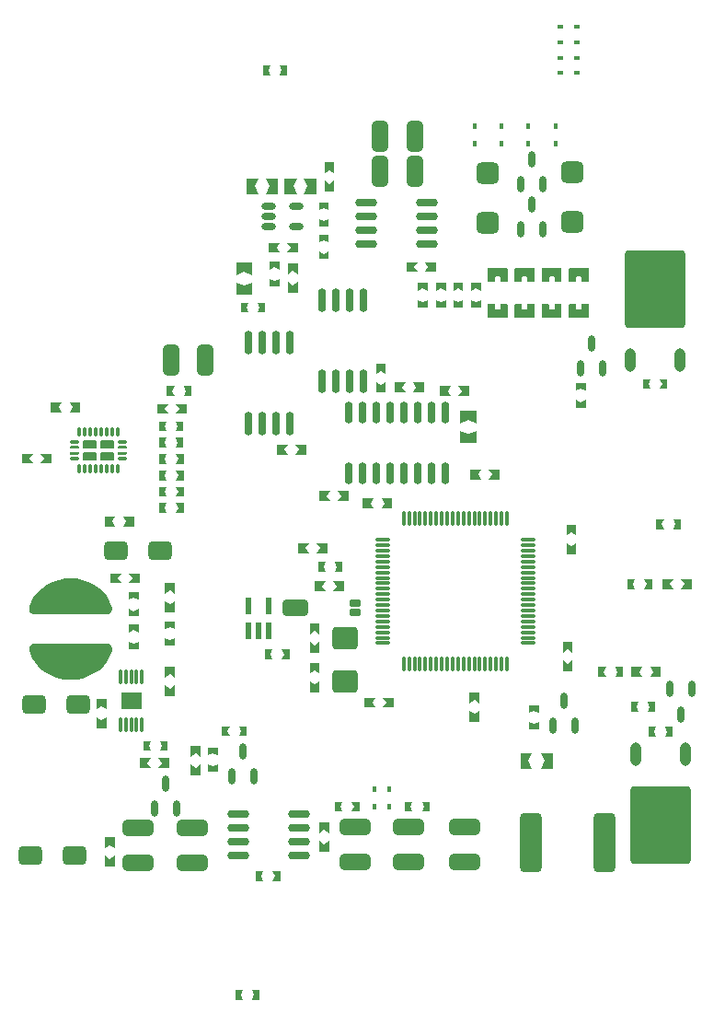
<source format=gtp>
G04 Layer_Color=8421504*
%FSLAX24Y24*%
%MOIN*%
G70*
G01*
G75*
%ADD12R,0.0236X0.0591*%
G04:AMPARAMS|DCode=15|XSize=279.5mil|YSize=218.5mil|CornerRadius=10.9mil|HoleSize=0mil|Usage=FLASHONLY|Rotation=270.000|XOffset=0mil|YOffset=0mil|HoleType=Round|Shape=RoundedRectangle|*
%AMROUNDEDRECTD15*
21,1,0.2795,0.1967,0,0,270.0*
21,1,0.2577,0.2185,0,0,270.0*
1,1,0.0219,-0.0983,-0.1288*
1,1,0.0219,-0.0983,0.1288*
1,1,0.0219,0.0983,0.1288*
1,1,0.0219,0.0983,-0.1288*
%
%ADD15ROUNDEDRECTD15*%
%ADD16O,0.0394X0.0846*%
G04:AMPARAMS|DCode=18|XSize=110.2mil|YSize=59.1mil|CornerRadius=14.8mil|HoleSize=0mil|Usage=FLASHONLY|Rotation=270.000|XOffset=0mil|YOffset=0mil|HoleType=Round|Shape=RoundedRectangle|*
%AMROUNDEDRECTD18*
21,1,0.1102,0.0295,0,0,270.0*
21,1,0.0807,0.0591,0,0,270.0*
1,1,0.0295,-0.0148,-0.0404*
1,1,0.0295,-0.0148,0.0404*
1,1,0.0295,0.0148,0.0404*
1,1,0.0295,0.0148,-0.0404*
%
%ADD18ROUNDEDRECTD18*%
%ADD19O,0.0800X0.0295*%
%ADD20O,0.0281X0.0591*%
G04:AMPARAMS|DCode=21|XSize=82.7mil|YSize=78.7mil|CornerRadius=19.7mil|HoleSize=0mil|Usage=FLASHONLY|Rotation=180.000|XOffset=0mil|YOffset=0mil|HoleType=Round|Shape=RoundedRectangle|*
%AMROUNDEDRECTD21*
21,1,0.0827,0.0394,0,0,180.0*
21,1,0.0433,0.0787,0,0,180.0*
1,1,0.0394,-0.0217,0.0197*
1,1,0.0394,0.0217,0.0197*
1,1,0.0394,0.0217,-0.0197*
1,1,0.0394,-0.0217,-0.0197*
%
%ADD21ROUNDEDRECTD21*%
%ADD24R,0.0728X0.0610*%
%ADD25O,0.0118X0.0571*%
G04:AMPARAMS|DCode=26|XSize=86.6mil|YSize=68.9mil|CornerRadius=17.2mil|HoleSize=0mil|Usage=FLASHONLY|Rotation=0.000|XOffset=0mil|YOffset=0mil|HoleType=Round|Shape=RoundedRectangle|*
%AMROUNDEDRECTD26*
21,1,0.0866,0.0344,0,0,0.0*
21,1,0.0522,0.0689,0,0,0.0*
1,1,0.0344,0.0261,-0.0172*
1,1,0.0344,-0.0261,-0.0172*
1,1,0.0344,-0.0261,0.0172*
1,1,0.0344,0.0261,0.0172*
%
%ADD26ROUNDEDRECTD26*%
%ADD28O,0.0532X0.0236*%
%ADD30O,0.0591X0.0118*%
%ADD31O,0.0118X0.0591*%
G04:AMPARAMS|DCode=32|XSize=90.6mil|YSize=82.7mil|CornerRadius=12.4mil|HoleSize=0mil|Usage=FLASHONLY|Rotation=0.000|XOffset=0mil|YOffset=0mil|HoleType=Round|Shape=RoundedRectangle|*
%AMROUNDEDRECTD32*
21,1,0.0906,0.0579,0,0,0.0*
21,1,0.0657,0.0827,0,0,0.0*
1,1,0.0248,0.0329,-0.0289*
1,1,0.0248,-0.0329,-0.0289*
1,1,0.0248,-0.0329,0.0289*
1,1,0.0248,0.0329,0.0289*
%
%ADD32ROUNDEDRECTD32*%
G04:AMPARAMS|DCode=33|XSize=94.5mil|YSize=59.1mil|CornerRadius=14.8mil|HoleSize=0mil|Usage=FLASHONLY|Rotation=180.000|XOffset=0mil|YOffset=0mil|HoleType=Round|Shape=RoundedRectangle|*
%AMROUNDEDRECTD33*
21,1,0.0945,0.0295,0,0,180.0*
21,1,0.0650,0.0591,0,0,180.0*
1,1,0.0295,-0.0325,0.0148*
1,1,0.0295,0.0325,0.0148*
1,1,0.0295,0.0325,-0.0148*
1,1,0.0295,-0.0325,-0.0148*
%
%ADD33ROUNDEDRECTD33*%
G04:AMPARAMS|DCode=34|XSize=43.3mil|YSize=23.6mil|CornerRadius=5.9mil|HoleSize=0mil|Usage=FLASHONLY|Rotation=180.000|XOffset=0mil|YOffset=0mil|HoleType=Round|Shape=RoundedRectangle|*
%AMROUNDEDRECTD34*
21,1,0.0433,0.0118,0,0,180.0*
21,1,0.0315,0.0236,0,0,180.0*
1,1,0.0118,-0.0157,0.0059*
1,1,0.0118,0.0157,0.0059*
1,1,0.0118,0.0157,-0.0059*
1,1,0.0118,-0.0157,-0.0059*
%
%ADD34ROUNDEDRECTD34*%
%ADD35O,0.0295X0.0850*%
G04:AMPARAMS|DCode=37|XSize=21.7mil|YSize=16.5mil|CornerRadius=4.1mil|HoleSize=0mil|Usage=FLASHONLY|Rotation=180.000|XOffset=0mil|YOffset=0mil|HoleType=Round|Shape=RoundedRectangle|*
%AMROUNDEDRECTD37*
21,1,0.0217,0.0083,0,0,180.0*
21,1,0.0134,0.0165,0,0,180.0*
1,1,0.0083,-0.0067,0.0041*
1,1,0.0083,0.0067,0.0041*
1,1,0.0083,0.0067,-0.0041*
1,1,0.0083,-0.0067,-0.0041*
%
%ADD37ROUNDEDRECTD37*%
G04:AMPARAMS|DCode=38|XSize=21.7mil|YSize=16.5mil|CornerRadius=4.1mil|HoleSize=0mil|Usage=FLASHONLY|Rotation=90.000|XOffset=0mil|YOffset=0mil|HoleType=Round|Shape=RoundedRectangle|*
%AMROUNDEDRECTD38*
21,1,0.0217,0.0083,0,0,90.0*
21,1,0.0134,0.0165,0,0,90.0*
1,1,0.0083,0.0041,0.0067*
1,1,0.0083,0.0041,-0.0067*
1,1,0.0083,-0.0041,-0.0067*
1,1,0.0083,-0.0041,0.0067*
%
%ADD38ROUNDEDRECTD38*%
G04:AMPARAMS|DCode=39|XSize=110.2mil|YSize=59.1mil|CornerRadius=14.8mil|HoleSize=0mil|Usage=FLASHONLY|Rotation=180.000|XOffset=0mil|YOffset=0mil|HoleType=Round|Shape=RoundedRectangle|*
%AMROUNDEDRECTD39*
21,1,0.1102,0.0295,0,0,180.0*
21,1,0.0807,0.0591,0,0,180.0*
1,1,0.0295,-0.0404,0.0148*
1,1,0.0295,0.0404,0.0148*
1,1,0.0295,0.0404,-0.0148*
1,1,0.0295,-0.0404,-0.0148*
%
%ADD39ROUNDEDRECTD39*%
G04:AMPARAMS|DCode=40|XSize=216.5mil|YSize=82.7mil|CornerRadius=20.7mil|HoleSize=0mil|Usage=FLASHONLY|Rotation=90.000|XOffset=0mil|YOffset=0mil|HoleType=Round|Shape=RoundedRectangle|*
%AMROUNDEDRECTD40*
21,1,0.2165,0.0413,0,0,90.0*
21,1,0.1752,0.0827,0,0,90.0*
1,1,0.0413,0.0207,0.0876*
1,1,0.0413,0.0207,-0.0876*
1,1,0.0413,-0.0207,-0.0876*
1,1,0.0413,-0.0207,0.0876*
%
%ADD40ROUNDEDRECTD40*%
%ADD41O,0.0118X0.0335*%
%ADD42O,0.0335X0.0118*%
%ADD45O,0.0295X0.0800*%
G36*
X48563Y46978D02*
X48287D01*
X48366Y47156D01*
X48287Y47333D01*
X48563D01*
Y46978D01*
D02*
G37*
G36*
X47874Y47156D02*
X47953Y46978D01*
X47677D01*
Y47333D01*
X47953D01*
X47874Y47156D01*
D02*
G37*
G36*
X50266Y43425D02*
X50089Y43543D01*
X49911Y43425D01*
Y43819D01*
X50266D01*
Y43425D01*
D02*
G37*
G36*
Y42756D02*
X49911D01*
Y43150D01*
X50089Y43032D01*
X50266Y43150D01*
Y42756D01*
D02*
G37*
G36*
X49616Y42667D02*
X49163D01*
X49291Y42953D01*
X49163Y43238D01*
X49616D01*
Y42667D01*
D02*
G37*
G36*
X48780Y42953D02*
X48907Y42667D01*
X48455D01*
Y43238D01*
X48907D01*
X48780Y42953D01*
D02*
G37*
G36*
X48228Y42667D02*
X47776D01*
X47904Y42953D01*
X47776Y43238D01*
X48228D01*
Y42667D01*
D02*
G37*
G36*
X47392Y42953D02*
X47520Y42667D01*
X47067D01*
Y43238D01*
X47520D01*
X47392Y42953D01*
D02*
G37*
G36*
X50059Y42096D02*
X49882Y42175D01*
X49705Y42096D01*
Y42372D01*
X50059D01*
Y42096D01*
D02*
G37*
G36*
Y41486D02*
X49705D01*
Y41762D01*
X49882Y41683D01*
X50059Y41762D01*
Y41486D01*
D02*
G37*
G36*
Y40925D02*
X49882Y41004D01*
X49705Y40925D01*
Y41201D01*
X50059D01*
Y40925D01*
D02*
G37*
G36*
X48957Y40551D02*
X48563D01*
X48681Y40728D01*
X48563Y40906D01*
X48957D01*
Y40551D01*
D02*
G37*
G36*
X48169Y40728D02*
X48287Y40551D01*
X47894D01*
Y40906D01*
X48287D01*
X48169Y40728D01*
D02*
G37*
G36*
X50059Y40315D02*
X49705D01*
Y40591D01*
X49882Y40512D01*
X50059Y40591D01*
Y40315D01*
D02*
G37*
G36*
X48268Y39941D02*
X48091Y40019D01*
X47913Y39941D01*
Y40216D01*
X48268D01*
Y39941D01*
D02*
G37*
G36*
X53937Y39852D02*
X53543D01*
X53661Y40030D01*
X53543Y40207D01*
X53937D01*
Y39852D01*
D02*
G37*
G36*
X53150Y40030D02*
X53268Y39852D01*
X52874D01*
Y40207D01*
X53268D01*
X53150Y40030D01*
D02*
G37*
G36*
X48937Y39774D02*
X48760Y39892D01*
X48583Y39774D01*
Y40167D01*
X48937D01*
Y39774D01*
D02*
G37*
G36*
X47283Y39734D02*
X46998Y39862D01*
X46713Y39734D01*
Y40187D01*
X47283D01*
Y39734D01*
D02*
G37*
G36*
X48268Y39331D02*
X47913D01*
Y39606D01*
X48091Y39528D01*
X48268Y39606D01*
Y39331D01*
D02*
G37*
G36*
X59476Y39992D02*
X59484Y39971D01*
Y39518D01*
X59476Y39497D01*
X59455Y39489D01*
X59252D01*
X59231Y39497D01*
X59222Y39518D01*
Y39656D01*
X59214Y39677D01*
X59193Y39685D01*
X59055D01*
X59034Y39677D01*
X59026Y39656D01*
Y39518D01*
X59017Y39497D01*
X58996Y39489D01*
X58793D01*
X58772Y39497D01*
X58764Y39518D01*
Y39971D01*
X58772Y39992D01*
X58793Y40000D01*
X59455D01*
X59476Y39992D01*
D02*
G37*
G36*
X58491D02*
X58500Y39971D01*
Y39518D01*
X58491Y39497D01*
X58470Y39489D01*
X58268D01*
X58247Y39497D01*
X58238Y39518D01*
Y39656D01*
X58230Y39677D01*
X58209Y39685D01*
X58071D01*
X58050Y39677D01*
X58041Y39656D01*
Y39518D01*
X58033Y39497D01*
X58012Y39489D01*
X57809D01*
X57788Y39497D01*
X57780Y39518D01*
Y39971D01*
X57788Y39992D01*
X57809Y40000D01*
X58470D01*
X58491Y39992D01*
D02*
G37*
G36*
X57507D02*
X57516Y39971D01*
Y39518D01*
X57507Y39497D01*
X57486Y39489D01*
X57283D01*
X57263Y39497D01*
X57254Y39518D01*
Y39656D01*
X57245Y39677D01*
X57224Y39685D01*
X57087D01*
X57066Y39677D01*
X57057Y39656D01*
Y39518D01*
X57048Y39497D01*
X57028Y39489D01*
X56825D01*
X56804Y39497D01*
X56795Y39518D01*
Y39971D01*
X56804Y39992D01*
X56825Y40000D01*
X57486D01*
X57507Y39992D01*
D02*
G37*
G36*
X56533D02*
X56541Y39971D01*
Y39518D01*
X56533Y39497D01*
X56512Y39489D01*
X56309D01*
X56288Y39497D01*
X56280Y39518D01*
Y39656D01*
X56271Y39677D01*
X56250Y39685D01*
X56112D01*
X56091Y39677D01*
X56083Y39656D01*
Y39518D01*
X56074Y39497D01*
X56053Y39489D01*
X55850D01*
X55830Y39497D01*
X55821Y39518D01*
Y39971D01*
X55830Y39992D01*
X55850Y40000D01*
X56512D01*
X56533Y39992D01*
D02*
G37*
G36*
X48937Y39104D02*
X48583D01*
Y39498D01*
X48760Y39380D01*
X48937Y39498D01*
Y39104D01*
D02*
G37*
G36*
X47283Y39026D02*
X46713D01*
Y39478D01*
X46998Y39350D01*
X47283Y39478D01*
Y39026D01*
D02*
G37*
G36*
X55571Y39173D02*
X55394Y39252D01*
X55217Y39173D01*
Y39449D01*
X55571D01*
Y39173D01*
D02*
G37*
G36*
X54931D02*
X54754Y39252D01*
X54577Y39173D01*
Y39449D01*
X54931D01*
Y39173D01*
D02*
G37*
G36*
X54301D02*
X54124Y39252D01*
X53947Y39173D01*
Y39449D01*
X54301D01*
Y39173D01*
D02*
G37*
G36*
X53642D02*
X53465Y39252D01*
X53287Y39173D01*
Y39449D01*
X53642D01*
Y39173D01*
D02*
G37*
G36*
X55571Y38563D02*
X55217D01*
Y38839D01*
X55394Y38760D01*
X55571Y38839D01*
Y38563D01*
D02*
G37*
G36*
X54931D02*
X54577D01*
Y38839D01*
X54754Y38760D01*
X54931Y38839D01*
Y38563D01*
D02*
G37*
G36*
X54301D02*
X53947D01*
Y38839D01*
X54124Y38760D01*
X54301Y38839D01*
Y38563D01*
D02*
G37*
G36*
X53642D02*
X53287D01*
Y38839D01*
X53465Y38760D01*
X53642Y38839D01*
Y38563D01*
D02*
G37*
G36*
X59476Y38692D02*
X59484Y38671D01*
Y38218D01*
X59476Y38197D01*
X59455Y38189D01*
X58793D01*
X58772Y38197D01*
X58764Y38218D01*
Y38671D01*
X58772Y38692D01*
X58793Y38700D01*
X58996D01*
X59017Y38692D01*
X59026Y38671D01*
Y38533D01*
X59034Y38512D01*
X59055Y38504D01*
X59193D01*
X59214Y38512D01*
X59222Y38533D01*
Y38671D01*
X59231Y38692D01*
X59252Y38700D01*
X59455D01*
X59476Y38692D01*
D02*
G37*
G36*
X58491D02*
X58500Y38671D01*
Y38218D01*
X58491Y38197D01*
X58470Y38189D01*
X57809D01*
X57788Y38197D01*
X57780Y38218D01*
Y38671D01*
X57788Y38692D01*
X57809Y38700D01*
X58012D01*
X58033Y38692D01*
X58041Y38671D01*
Y38533D01*
X58050Y38512D01*
X58071Y38504D01*
X58209D01*
X58230Y38512D01*
X58238Y38533D01*
Y38671D01*
X58247Y38692D01*
X58268Y38700D01*
X58470D01*
X58491Y38692D01*
D02*
G37*
G36*
X57507D02*
X57516Y38671D01*
Y38218D01*
X57507Y38197D01*
X57486Y38189D01*
X56825D01*
X56804Y38197D01*
X56795Y38218D01*
Y38671D01*
X56804Y38692D01*
X56825Y38700D01*
X57028D01*
X57048Y38692D01*
X57057Y38671D01*
Y38533D01*
X57066Y38512D01*
X57087Y38504D01*
X57224D01*
X57245Y38512D01*
X57254Y38533D01*
Y38671D01*
X57263Y38692D01*
X57283Y38700D01*
X57486D01*
X57507Y38692D01*
D02*
G37*
G36*
X56533D02*
X56541Y38671D01*
Y38218D01*
X56533Y38197D01*
X56512Y38189D01*
X55850D01*
X55830Y38197D01*
X55821Y38218D01*
Y38671D01*
X55830Y38692D01*
X55850Y38700D01*
X56053D01*
X56074Y38692D01*
X56083Y38671D01*
Y38533D01*
X56091Y38512D01*
X56112Y38504D01*
X56250D01*
X56271Y38512D01*
X56280Y38533D01*
Y38671D01*
X56288Y38692D01*
X56309Y38700D01*
X56512D01*
X56533Y38692D01*
D02*
G37*
G36*
X47756Y38386D02*
X47480D01*
X47559Y38563D01*
X47480Y38740D01*
X47756D01*
Y38386D01*
D02*
G37*
G36*
X47067Y38563D02*
X47146Y38386D01*
X46870D01*
Y38740D01*
X47146D01*
X47067Y38563D01*
D02*
G37*
G36*
X52126Y36152D02*
X51949Y36270D01*
X51772Y36152D01*
Y36545D01*
X52126D01*
Y36152D01*
D02*
G37*
G36*
Y35482D02*
X51772D01*
Y35876D01*
X51949Y35758D01*
X52126Y35876D01*
Y35482D01*
D02*
G37*
G36*
X62332Y35620D02*
X62057D01*
X62136Y35797D01*
X62057Y35974D01*
X62332D01*
Y35620D01*
D02*
G37*
G36*
X61644Y35797D02*
X61722Y35620D01*
X61447D01*
Y35974D01*
X61722D01*
X61644Y35797D01*
D02*
G37*
G36*
X59370Y35551D02*
X59193Y35630D01*
X59016Y35551D01*
Y35827D01*
X59370D01*
Y35551D01*
D02*
G37*
G36*
X53504Y35502D02*
X53110D01*
X53228Y35679D01*
X53110Y35856D01*
X53504D01*
Y35502D01*
D02*
G37*
G36*
X52717Y35679D02*
X52835Y35502D01*
X52441D01*
Y35856D01*
X52835D01*
X52717Y35679D01*
D02*
G37*
G36*
X55157Y35364D02*
X54764D01*
X54882Y35541D01*
X54764Y35719D01*
X55157D01*
Y35364D01*
D02*
G37*
G36*
X54370Y35541D02*
X54488Y35364D01*
X54094D01*
Y35719D01*
X54488D01*
X54370Y35541D01*
D02*
G37*
G36*
X45079Y35364D02*
X44803D01*
X44882Y35541D01*
X44803Y35719D01*
X45079D01*
Y35364D01*
D02*
G37*
G36*
X44390Y35541D02*
X44468Y35364D01*
X44193D01*
Y35719D01*
X44468D01*
X44390Y35541D01*
D02*
G37*
G36*
X59370Y34941D02*
X59016D01*
Y35217D01*
X59193Y35138D01*
X59370Y35217D01*
Y34941D01*
D02*
G37*
G36*
X41063Y34774D02*
X40669D01*
X40787Y34951D01*
X40669Y35128D01*
X41063D01*
Y34774D01*
D02*
G37*
G36*
X40276Y34951D02*
X40394Y34774D01*
X40000D01*
Y35128D01*
X40394D01*
X40276Y34951D01*
D02*
G37*
G36*
X44911Y34715D02*
X44518D01*
X44636Y34892D01*
X44518Y35069D01*
X44911D01*
Y34715D01*
D02*
G37*
G36*
X44124Y34892D02*
X44242Y34715D01*
X43848D01*
Y35069D01*
X44242D01*
X44124Y34892D01*
D02*
G37*
G36*
X55404Y34370D02*
X55118Y34498D01*
X54833Y34370D01*
Y34823D01*
X55404D01*
Y34370D01*
D02*
G37*
G36*
X44793Y34085D02*
X44517D01*
X44596Y34262D01*
X44517Y34439D01*
X44793D01*
Y34085D01*
D02*
G37*
G36*
X44104Y34262D02*
X44183Y34085D01*
X43907D01*
Y34439D01*
X44183D01*
X44104Y34262D01*
D02*
G37*
G36*
X55404Y33661D02*
X54833D01*
Y34114D01*
X55118Y33986D01*
X55404Y34114D01*
Y33661D01*
D02*
G37*
G36*
X44793Y33494D02*
X44517D01*
X44596Y33671D01*
X44517Y33848D01*
X44793D01*
Y33494D01*
D02*
G37*
G36*
X44104Y33671D02*
X44183Y33494D01*
X43907D01*
Y33848D01*
X44183D01*
X44104Y33671D01*
D02*
G37*
G36*
X42256Y33762D02*
X42278Y33740D01*
X42285Y33711D01*
Y33514D01*
X42278Y33484D01*
X42256Y33463D01*
X42226Y33455D01*
X41833D01*
X41803Y33463D01*
X41782Y33484D01*
X41774Y33514D01*
Y33711D01*
X41782Y33740D01*
X41803Y33762D01*
X41833Y33770D01*
X42226D01*
X42256Y33762D01*
D02*
G37*
G36*
X41626D02*
X41648Y33740D01*
X41656Y33711D01*
Y33514D01*
X41648Y33484D01*
X41626Y33463D01*
X41596Y33455D01*
X41203D01*
X41173Y33463D01*
X41152Y33484D01*
X41144Y33514D01*
Y33711D01*
X41152Y33740D01*
X41173Y33762D01*
X41203Y33770D01*
X41596D01*
X41626Y33762D01*
D02*
G37*
G36*
X42735Y33542D02*
X42750Y33504D01*
X42735Y33466D01*
X42697Y33451D01*
X42461D01*
X42423Y33466D01*
X42407Y33504D01*
X42423Y33542D01*
X42461Y33557D01*
X42697D01*
X42735Y33542D01*
D02*
G37*
G36*
X41002D02*
X41018Y33504D01*
X41002Y33466D01*
X40965Y33451D01*
X40728D01*
X40691Y33466D01*
X40675Y33504D01*
X40691Y33542D01*
X40728Y33557D01*
X40965D01*
X41002Y33542D01*
D02*
G37*
G36*
X49242Y33238D02*
X48848D01*
X48967Y33415D01*
X48848Y33593D01*
X49242D01*
Y33238D01*
D02*
G37*
G36*
X48455Y33415D02*
X48573Y33238D01*
X48179D01*
Y33593D01*
X48573D01*
X48455Y33415D01*
D02*
G37*
G36*
X42735Y33325D02*
X42750Y33287D01*
X42735Y33250D01*
X42697Y33234D01*
X42461D01*
X42423Y33250D01*
X42407Y33287D01*
X42423Y33325D01*
X42461Y33341D01*
X42697D01*
X42735Y33325D01*
D02*
G37*
G36*
X41002D02*
X41018Y33287D01*
X41002Y33250D01*
X40965Y33234D01*
X40728D01*
X40691Y33250D01*
X40675Y33287D01*
X40691Y33325D01*
X40728Y33341D01*
X40965D01*
X41002Y33325D01*
D02*
G37*
G36*
X42256Y33329D02*
X42278Y33307D01*
X42285Y33278D01*
Y33081D01*
X42278Y33051D01*
X42256Y33030D01*
X42226Y33022D01*
X41833D01*
X41803Y33030D01*
X41782Y33051D01*
X41774Y33081D01*
Y33278D01*
X41782Y33307D01*
X41803Y33329D01*
X41833Y33337D01*
X42226D01*
X42256Y33329D01*
D02*
G37*
G36*
X41626D02*
X41648Y33307D01*
X41656Y33278D01*
Y33081D01*
X41648Y33051D01*
X41626Y33030D01*
X41596Y33022D01*
X41203D01*
X41173Y33030D01*
X41152Y33051D01*
X41144Y33081D01*
Y33278D01*
X41152Y33307D01*
X41173Y33329D01*
X41203Y33337D01*
X41596D01*
X41626Y33329D01*
D02*
G37*
G36*
X40020Y32923D02*
X39626D01*
X39744Y33100D01*
X39626Y33278D01*
X40020D01*
Y32923D01*
D02*
G37*
G36*
X39232Y33100D02*
X39350Y32923D01*
X38957D01*
Y33278D01*
X39350D01*
X39232Y33100D01*
D02*
G37*
G36*
X44803Y32904D02*
X44527D01*
X44606Y33081D01*
X44527Y33258D01*
X44803D01*
Y32904D01*
D02*
G37*
G36*
X44114Y33081D02*
X44193Y32904D01*
X43917D01*
Y33258D01*
X44193D01*
X44114Y33081D01*
D02*
G37*
G36*
X56260Y32343D02*
X55866D01*
X55984Y32520D01*
X55866Y32697D01*
X56260D01*
Y32343D01*
D02*
G37*
G36*
X55472Y32520D02*
X55591Y32343D01*
X55197D01*
Y32697D01*
X55591D01*
X55472Y32520D01*
D02*
G37*
G36*
X44803Y32313D02*
X44527D01*
X44606Y32490D01*
X44527Y32667D01*
X44803D01*
Y32313D01*
D02*
G37*
G36*
X44114Y32490D02*
X44193Y32313D01*
X43917D01*
Y32667D01*
X44193D01*
X44114Y32490D01*
D02*
G37*
G36*
X44803Y31722D02*
X44527D01*
X44606Y31900D01*
X44527Y32077D01*
X44803D01*
Y31722D01*
D02*
G37*
G36*
X44114Y31900D02*
X44193Y31722D01*
X43917D01*
Y32077D01*
X44193D01*
X44114Y31900D01*
D02*
G37*
G36*
X50778Y31565D02*
X50384D01*
X50502Y31742D01*
X50384Y31919D01*
X50778D01*
Y31565D01*
D02*
G37*
G36*
X49990Y31742D02*
X50108Y31565D01*
X49715D01*
Y31919D01*
X50108D01*
X49990Y31742D01*
D02*
G37*
G36*
X52362Y31299D02*
X51968D01*
X52087Y31476D01*
X51968Y31654D01*
X52362D01*
Y31299D01*
D02*
G37*
G36*
X51575Y31476D02*
X51693Y31299D01*
X51299D01*
Y31654D01*
X51693D01*
X51575Y31476D01*
D02*
G37*
G36*
X44803Y31132D02*
X44527D01*
X44606Y31309D01*
X44527Y31486D01*
X44803D01*
Y31132D01*
D02*
G37*
G36*
X44114Y31309D02*
X44193Y31132D01*
X43917D01*
Y31486D01*
X44193D01*
X44114Y31309D01*
D02*
G37*
G36*
X43002Y30640D02*
X42608D01*
X42726Y30817D01*
X42608Y30994D01*
X43002D01*
Y30640D01*
D02*
G37*
G36*
X42215Y30817D02*
X42333Y30640D01*
X41939D01*
Y30994D01*
X42333D01*
X42215Y30817D01*
D02*
G37*
G36*
X62815Y30541D02*
X62539D01*
X62618Y30719D01*
X62539Y30896D01*
X62815D01*
Y30541D01*
D02*
G37*
G36*
X62126Y30719D02*
X62205Y30541D01*
X61929D01*
Y30896D01*
X62205D01*
X62126Y30719D01*
D02*
G37*
G36*
X59026Y30315D02*
X58848Y30433D01*
X58671Y30315D01*
Y30709D01*
X59026D01*
Y30315D01*
D02*
G37*
G36*
Y29646D02*
X58671D01*
Y30039D01*
X58848Y29921D01*
X59026Y30039D01*
Y29646D01*
D02*
G37*
G36*
X50010Y29675D02*
X49616D01*
X49734Y29852D01*
X49616Y30030D01*
X50010D01*
Y29675D01*
D02*
G37*
G36*
X49222Y29852D02*
X49341Y29675D01*
X48947D01*
Y30030D01*
X49341D01*
X49222Y29852D01*
D02*
G37*
G36*
X50561Y28996D02*
X50285D01*
X50364Y29173D01*
X50285Y29350D01*
X50561D01*
Y28996D01*
D02*
G37*
G36*
X49872Y29173D02*
X49951Y28996D01*
X49675D01*
Y29350D01*
X49951D01*
X49872Y29173D01*
D02*
G37*
G36*
X43218Y28593D02*
X42825D01*
X42943Y28770D01*
X42825Y28947D01*
X43218D01*
Y28593D01*
D02*
G37*
G36*
X42431Y28770D02*
X42549Y28593D01*
X42156D01*
Y28947D01*
X42549D01*
X42431Y28770D01*
D02*
G37*
G36*
X63218Y28376D02*
X62825D01*
X62943Y28553D01*
X62825Y28730D01*
X63218D01*
Y28376D01*
D02*
G37*
G36*
X62431Y28553D02*
X62549Y28376D01*
X62156D01*
Y28730D01*
X62549D01*
X62431Y28553D01*
D02*
G37*
G36*
X61771Y28376D02*
X61496D01*
X61575Y28553D01*
X61496Y28730D01*
X61771D01*
Y28376D01*
D02*
G37*
G36*
X61083Y28553D02*
X61161Y28376D01*
X60886D01*
Y28730D01*
X61161D01*
X61083Y28553D01*
D02*
G37*
G36*
X50620Y28297D02*
X50226D01*
X50344Y28474D01*
X50226Y28652D01*
X50620D01*
Y28297D01*
D02*
G37*
G36*
X49833Y28474D02*
X49951Y28297D01*
X49557D01*
Y28652D01*
X49951D01*
X49833Y28474D01*
D02*
G37*
G36*
X44478Y28209D02*
X44301Y28327D01*
X44124Y28209D01*
Y28602D01*
X44478D01*
Y28209D01*
D02*
G37*
G36*
X43169Y27992D02*
X42992Y28071D01*
X42815Y27992D01*
Y28267D01*
X43169D01*
Y27992D01*
D02*
G37*
G36*
X44478Y27539D02*
X44124D01*
Y27933D01*
X44301Y27815D01*
X44478Y27933D01*
Y27539D01*
D02*
G37*
G36*
X43169Y27382D02*
X42815D01*
Y27657D01*
X42992Y27579D01*
X43169Y27657D01*
Y27382D01*
D02*
G37*
G36*
X40931Y28757D02*
X41149Y28712D01*
X41360Y28640D01*
X41559Y28540D01*
X41743Y28414D01*
X41908Y28265D01*
X41911Y28262D01*
X42016Y28136D01*
X42100Y27994D01*
X42162Y27842D01*
X42203Y27708D01*
X42212Y27635D01*
X42193Y27564D01*
X42150Y27504D01*
X42088Y27465D01*
X42015Y27452D01*
X39410D01*
X39335Y27466D01*
X39272Y27506D01*
X39227Y27567D01*
X39207Y27640D01*
X39216Y27715D01*
X39257Y27845D01*
X39317Y27995D01*
X39400Y28135D01*
X39504Y28260D01*
X39509Y28265D01*
X39674Y28414D01*
X39858Y28540D01*
X40057Y28640D01*
X40268Y28712D01*
X40486Y28757D01*
X40709Y28772D01*
X40931Y28757D01*
D02*
G37*
G36*
X44478Y26929D02*
X44301Y27008D01*
X44124Y26929D01*
Y27205D01*
X44478D01*
Y26929D01*
D02*
G37*
G36*
X43169Y26811D02*
X42992Y26890D01*
X42815Y26811D01*
Y27086D01*
X43169D01*
Y26811D01*
D02*
G37*
G36*
X49724Y26732D02*
X49547Y26850D01*
X49370Y26732D01*
Y27126D01*
X49724D01*
Y26732D01*
D02*
G37*
G36*
X44478Y26319D02*
X44124D01*
Y26595D01*
X44301Y26516D01*
X44478Y26595D01*
Y26319D01*
D02*
G37*
G36*
X43169Y26201D02*
X42815D01*
Y26476D01*
X42992Y26398D01*
X43169Y26476D01*
Y26201D01*
D02*
G37*
G36*
X49724Y26063D02*
X49370D01*
Y26457D01*
X49547Y26339D01*
X49724Y26457D01*
Y26063D01*
D02*
G37*
G36*
X58898Y26073D02*
X58720Y26191D01*
X58543Y26073D01*
Y26467D01*
X58898D01*
Y26073D01*
D02*
G37*
G36*
X48642Y25837D02*
X48366D01*
X48445Y26014D01*
X48366Y26191D01*
X48642D01*
Y25837D01*
D02*
G37*
G36*
X47953Y26014D02*
X48032Y25837D01*
X47756D01*
Y26191D01*
X48032D01*
X47953Y26014D01*
D02*
G37*
G36*
X58898Y25404D02*
X58543D01*
Y25797D01*
X58720Y25679D01*
X58898Y25797D01*
Y25404D01*
D02*
G37*
G36*
X49724Y25315D02*
X49547Y25433D01*
X49370Y25315D01*
Y25709D01*
X49724D01*
Y25315D01*
D02*
G37*
G36*
X62096Y25197D02*
X61703D01*
X61821Y25374D01*
X61703Y25551D01*
X62096D01*
Y25197D01*
D02*
G37*
G36*
X61309Y25374D02*
X61427Y25197D01*
X61033D01*
Y25551D01*
X61427D01*
X61309Y25374D01*
D02*
G37*
G36*
X60718Y25197D02*
X60443D01*
X60521Y25374D01*
X60443Y25551D01*
X60718D01*
Y25197D01*
D02*
G37*
G36*
X60030Y25374D02*
X60108Y25197D01*
X59833D01*
Y25551D01*
X60108D01*
X60030Y25374D01*
D02*
G37*
G36*
X44478Y25167D02*
X44301Y25285D01*
X44124Y25167D01*
Y25561D01*
X44478D01*
Y25167D01*
D02*
G37*
G36*
X42082Y26393D02*
X42146Y26352D01*
X42191Y26291D01*
X42210Y26218D01*
X42201Y26143D01*
X42161Y26014D01*
X42100Y25863D01*
X42017Y25723D01*
X41913Y25598D01*
X41908Y25594D01*
X41743Y25444D01*
X41559Y25319D01*
X41360Y25219D01*
X41149Y25146D01*
X40931Y25102D01*
X40709Y25087D01*
X40486Y25102D01*
X40268Y25146D01*
X40057Y25219D01*
X39858Y25319D01*
X39674Y25444D01*
X39509Y25594D01*
X39507Y25596D01*
X39401Y25722D01*
X39317Y25864D01*
X39256Y26017D01*
X39214Y26151D01*
X39205Y26224D01*
X39224Y26295D01*
X39268Y26354D01*
X39330Y26393D01*
X39402Y26407D01*
X42008D01*
X42082Y26393D01*
D02*
G37*
G36*
X49724Y24646D02*
X49370D01*
Y25039D01*
X49547Y24921D01*
X49724Y25039D01*
Y24646D01*
D02*
G37*
G36*
X44478Y24498D02*
X44124D01*
Y24892D01*
X44301Y24774D01*
X44478Y24892D01*
Y24498D01*
D02*
G37*
G36*
X55512Y24242D02*
X55335Y24360D01*
X55157Y24242D01*
Y24636D01*
X55512D01*
Y24242D01*
D02*
G37*
G36*
X52421Y24085D02*
X52028D01*
X52146Y24262D01*
X52028Y24439D01*
X52421D01*
Y24085D01*
D02*
G37*
G36*
X51634Y24262D02*
X51752Y24085D01*
X51358D01*
Y24439D01*
X51752D01*
X51634Y24262D01*
D02*
G37*
G36*
X42008Y24016D02*
X41831Y24134D01*
X41654Y24016D01*
Y24409D01*
X42008D01*
Y24016D01*
D02*
G37*
G36*
X61890Y23937D02*
X61614D01*
X61693Y24114D01*
X61614Y24291D01*
X61890D01*
Y23937D01*
D02*
G37*
G36*
X61201Y24114D02*
X61280Y23937D01*
X61004D01*
Y24291D01*
X61280D01*
X61201Y24114D01*
D02*
G37*
G36*
X57667Y23898D02*
X57490Y23976D01*
X57313Y23898D01*
Y24173D01*
X57667D01*
Y23898D01*
D02*
G37*
G36*
X55512Y23573D02*
X55157D01*
Y23967D01*
X55335Y23848D01*
X55512Y23967D01*
Y23573D01*
D02*
G37*
G36*
X42008Y23346D02*
X41654D01*
Y23740D01*
X41831Y23622D01*
X42008Y23740D01*
Y23346D01*
D02*
G37*
G36*
X57667Y23288D02*
X57313D01*
Y23563D01*
X57490Y23484D01*
X57667Y23563D01*
Y23288D01*
D02*
G37*
G36*
X47077Y23051D02*
X46801D01*
X46880Y23228D01*
X46801Y23406D01*
X47077D01*
Y23051D01*
D02*
G37*
G36*
X46388Y23228D02*
X46467Y23051D01*
X46191D01*
Y23406D01*
X46467D01*
X46388Y23228D01*
D02*
G37*
G36*
X62530Y23031D02*
X62254D01*
X62333Y23209D01*
X62254Y23386D01*
X62530D01*
Y23031D01*
D02*
G37*
G36*
X61841Y23209D02*
X61920Y23031D01*
X61644D01*
Y23386D01*
X61920D01*
X61841Y23209D01*
D02*
G37*
G36*
X44222Y22520D02*
X43947D01*
X44026Y22697D01*
X43947Y22874D01*
X44222D01*
Y22520D01*
D02*
G37*
G36*
X43534Y22697D02*
X43612Y22520D01*
X43337D01*
Y22874D01*
X43612D01*
X43534Y22697D01*
D02*
G37*
G36*
X46043Y22362D02*
X45866Y22441D01*
X45689Y22362D01*
Y22638D01*
X46043D01*
Y22362D01*
D02*
G37*
G36*
X45413Y22303D02*
X45236Y22421D01*
X45059Y22303D01*
Y22697D01*
X45413D01*
Y22303D01*
D02*
G37*
G36*
X46043Y21752D02*
X45689D01*
Y22028D01*
X45866Y21949D01*
X46043Y22028D01*
Y21752D01*
D02*
G37*
G36*
X45413Y21634D02*
X45059D01*
Y22028D01*
X45236Y21909D01*
X45413Y22028D01*
Y21634D01*
D02*
G37*
G36*
X44282Y21900D02*
X43888D01*
X44006Y22077D01*
X43888Y22254D01*
X44282D01*
Y21900D01*
D02*
G37*
G36*
X43494Y22077D02*
X43612Y21900D01*
X43218D01*
Y22254D01*
X43612D01*
X43494Y22077D01*
D02*
G37*
G36*
X58169Y21880D02*
X57756D01*
X57884Y22156D01*
X57756Y22431D01*
X58169D01*
Y21880D01*
D02*
G37*
G36*
X57293Y22156D02*
X57421Y21880D01*
X57008D01*
Y22431D01*
X57421D01*
X57293Y22156D01*
D02*
G37*
G36*
X53710Y20325D02*
X53435D01*
X53514Y20502D01*
X53435Y20679D01*
X53710D01*
Y20325D01*
D02*
G37*
G36*
X53022Y20502D02*
X53100Y20325D01*
X52825D01*
Y20679D01*
X53100D01*
X53022Y20502D01*
D02*
G37*
G36*
X51171Y20325D02*
X50896D01*
X50974Y20502D01*
X50896Y20679D01*
X51171D01*
Y20325D01*
D02*
G37*
G36*
X50483Y20502D02*
X50561Y20325D01*
X50286D01*
Y20679D01*
X50561D01*
X50483Y20502D01*
D02*
G37*
G36*
X50069Y19537D02*
X49892Y19656D01*
X49715Y19537D01*
Y19931D01*
X50069D01*
Y19537D01*
D02*
G37*
G36*
Y18868D02*
X49715D01*
Y19262D01*
X49892Y19144D01*
X50069Y19262D01*
Y18868D01*
D02*
G37*
G36*
X42303Y18996D02*
X42126Y19114D01*
X41949Y18996D01*
Y19390D01*
X42303D01*
Y18996D01*
D02*
G37*
G36*
Y18327D02*
X41949D01*
Y18720D01*
X42126Y18602D01*
X42303Y18720D01*
Y18327D01*
D02*
G37*
G36*
X48307Y17805D02*
X48031D01*
X48110Y17982D01*
X48031Y18159D01*
X48307D01*
Y17805D01*
D02*
G37*
G36*
X47618Y17982D02*
X47697Y17805D01*
X47421D01*
Y18159D01*
X47697D01*
X47618Y17982D01*
D02*
G37*
G36*
X47559Y13514D02*
X47283D01*
X47362Y13691D01*
X47283Y13868D01*
X47559D01*
Y13514D01*
D02*
G37*
G36*
X46870Y13691D02*
X46949Y13514D01*
X46673D01*
Y13868D01*
X46949D01*
X46870Y13691D01*
D02*
G37*
D12*
X47146Y27756D02*
D03*
X47894D02*
D03*
Y26850D02*
D03*
X47520D02*
D03*
X47146D02*
D03*
D15*
X62096Y19833D02*
D03*
X61890Y39222D02*
D03*
D16*
X62994Y22392D02*
D03*
X61199D02*
D03*
X60992Y36663D02*
D03*
X62787D02*
D03*
D18*
X51919Y43504D02*
D03*
X53179D02*
D03*
X51919Y44754D02*
D03*
X53179D02*
D03*
X45600Y36663D02*
D03*
X44341D02*
D03*
D19*
X51407Y42362D02*
D03*
Y41862D02*
D03*
X53607D02*
D03*
Y42362D02*
D03*
X51407Y40862D02*
D03*
X53607D02*
D03*
X51407Y41362D02*
D03*
X53607D02*
D03*
X48986Y18730D02*
D03*
Y19230D02*
D03*
X46786D02*
D03*
Y18730D02*
D03*
X48986Y20230D02*
D03*
X46786D02*
D03*
X48986Y19730D02*
D03*
X46786D02*
D03*
D20*
X57408Y42313D02*
D03*
X57008Y41403D02*
D03*
X57808D02*
D03*
X57408Y43946D02*
D03*
X57008Y43036D02*
D03*
X57808D02*
D03*
X59593Y37273D02*
D03*
X59993Y36363D02*
D03*
X59193D02*
D03*
X58569Y24330D02*
D03*
X58969Y23420D02*
D03*
X58169D02*
D03*
X46945Y22500D02*
D03*
X46545Y21590D02*
D03*
X47345D02*
D03*
X62828Y23839D02*
D03*
X62428Y24749D02*
D03*
X63228D02*
D03*
X44160Y21328D02*
D03*
X44560Y20418D02*
D03*
X43760D02*
D03*
D21*
X58898Y41654D02*
D03*
Y43465D02*
D03*
X55827Y43445D02*
D03*
Y41634D02*
D03*
D24*
X42904Y24321D02*
D03*
D25*
X42510Y25187D02*
D03*
X42707D02*
D03*
X42904D02*
D03*
X43100D02*
D03*
X43297D02*
D03*
Y23455D02*
D03*
X43100D02*
D03*
X42904D02*
D03*
X42707D02*
D03*
X42510D02*
D03*
D26*
X39242Y18730D02*
D03*
X40856D02*
D03*
X39380Y24213D02*
D03*
X40994D02*
D03*
X43957Y29754D02*
D03*
X42343D02*
D03*
D28*
X47894Y41486D02*
D03*
X48878D02*
D03*
X47894Y42234D02*
D03*
X48878D02*
D03*
X47894Y41860D02*
D03*
D30*
X52008Y27992D02*
D03*
Y27795D02*
D03*
Y27598D02*
D03*
Y27402D02*
D03*
Y27205D02*
D03*
Y27008D02*
D03*
Y26811D02*
D03*
Y26614D02*
D03*
Y26417D02*
D03*
Y30157D02*
D03*
Y29961D02*
D03*
Y29764D02*
D03*
Y29567D02*
D03*
Y29370D02*
D03*
Y29173D02*
D03*
Y28976D02*
D03*
Y28780D02*
D03*
Y28583D02*
D03*
X57283Y26417D02*
D03*
Y26614D02*
D03*
Y26811D02*
D03*
Y27008D02*
D03*
Y27205D02*
D03*
Y27402D02*
D03*
Y27598D02*
D03*
Y27795D02*
D03*
Y27992D02*
D03*
Y28583D02*
D03*
Y28780D02*
D03*
Y28976D02*
D03*
Y29173D02*
D03*
Y29370D02*
D03*
Y29567D02*
D03*
Y29764D02*
D03*
Y29961D02*
D03*
Y30157D02*
D03*
X52008Y28386D02*
D03*
Y28189D02*
D03*
X57283D02*
D03*
Y28386D02*
D03*
D31*
X52972Y25650D02*
D03*
X53169D02*
D03*
X53366D02*
D03*
X53563D02*
D03*
X53760D02*
D03*
X53957D02*
D03*
X54154D02*
D03*
X54350D02*
D03*
X54547D02*
D03*
X54744D02*
D03*
X54941D02*
D03*
X55138D02*
D03*
X55335D02*
D03*
Y30925D02*
D03*
X55138D02*
D03*
X54941D02*
D03*
X54744D02*
D03*
X54547D02*
D03*
X54350D02*
D03*
X54154D02*
D03*
X53957D02*
D03*
X53760D02*
D03*
X53563D02*
D03*
X53366D02*
D03*
X53169D02*
D03*
X52972D02*
D03*
X55925Y25650D02*
D03*
X56122D02*
D03*
X56319D02*
D03*
X56516D02*
D03*
Y30925D02*
D03*
X56319D02*
D03*
X56122D02*
D03*
X55925D02*
D03*
X52776Y25650D02*
D03*
X55532D02*
D03*
X55728D02*
D03*
Y30925D02*
D03*
X55532D02*
D03*
X52776D02*
D03*
D32*
X50640Y25039D02*
D03*
Y26614D02*
D03*
D33*
X48839Y27697D02*
D03*
D34*
X51024Y27520D02*
D03*
Y27874D02*
D03*
D35*
X50803Y38846D02*
D03*
Y35896D02*
D03*
X49803Y38846D02*
D03*
X50303D02*
D03*
X51303D02*
D03*
X49803Y35896D02*
D03*
X50303D02*
D03*
X51303D02*
D03*
X48165Y37300D02*
D03*
Y34350D02*
D03*
X47165Y37300D02*
D03*
X47665D02*
D03*
X48665D02*
D03*
X47165Y34350D02*
D03*
X47665D02*
D03*
X48665D02*
D03*
D37*
X59065Y47057D02*
D03*
X58435D02*
D03*
X59065Y47598D02*
D03*
X58435D02*
D03*
X59065Y48159D02*
D03*
X58435D02*
D03*
X59065Y48720D02*
D03*
X58435D02*
D03*
D38*
X58297Y44488D02*
D03*
Y45118D02*
D03*
X57283Y44488D02*
D03*
Y45118D02*
D03*
X56309Y44488D02*
D03*
Y45118D02*
D03*
X55344Y44488D02*
D03*
Y45118D02*
D03*
X51732Y21132D02*
D03*
Y20502D02*
D03*
X52254Y21132D02*
D03*
Y20502D02*
D03*
D39*
X54980Y19764D02*
D03*
Y18504D02*
D03*
X52963Y19764D02*
D03*
Y18504D02*
D03*
X51033Y19764D02*
D03*
Y18504D02*
D03*
X43159Y18465D02*
D03*
Y19724D02*
D03*
X45118Y18465D02*
D03*
Y19724D02*
D03*
D40*
X57382Y19213D02*
D03*
X60059D02*
D03*
D41*
X41024Y32726D02*
D03*
X41220D02*
D03*
X41417D02*
D03*
X41614D02*
D03*
X41811D02*
D03*
X42008D02*
D03*
X42205D02*
D03*
X42402D02*
D03*
Y34065D02*
D03*
X42205D02*
D03*
X42008D02*
D03*
X41811D02*
D03*
X41614D02*
D03*
X41417D02*
D03*
X41220D02*
D03*
X41024D02*
D03*
D42*
X42579Y33100D02*
D03*
Y33691D02*
D03*
X40846Y33100D02*
D03*
Y33691D02*
D03*
D45*
X53297Y32559D02*
D03*
X53797D02*
D03*
X54297D02*
D03*
X50797D02*
D03*
X51297D02*
D03*
X51797D02*
D03*
X52297D02*
D03*
X53297Y34759D02*
D03*
X53797D02*
D03*
X54297D02*
D03*
X50797D02*
D03*
X51297D02*
D03*
X51797D02*
D03*
X52297D02*
D03*
X52797Y32559D02*
D03*
Y34759D02*
D03*
M02*

</source>
